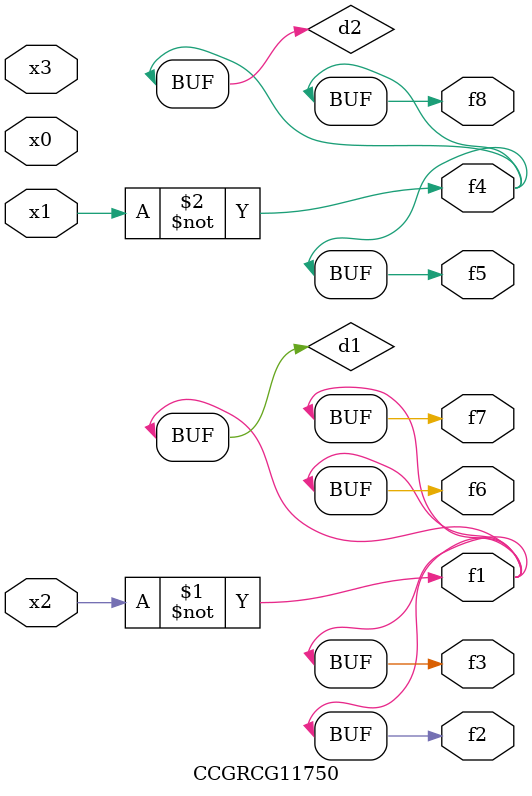
<source format=v>
module CCGRCG11750(
	input x0, x1, x2, x3,
	output f1, f2, f3, f4, f5, f6, f7, f8
);

	wire d1, d2;

	xnor (d1, x2);
	not (d2, x1);
	assign f1 = d1;
	assign f2 = d1;
	assign f3 = d1;
	assign f4 = d2;
	assign f5 = d2;
	assign f6 = d1;
	assign f7 = d1;
	assign f8 = d2;
endmodule

</source>
